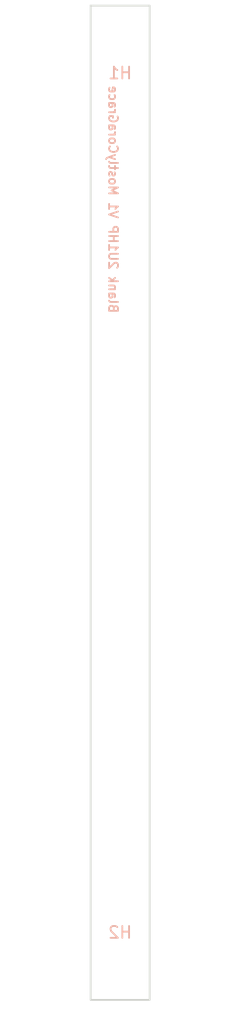
<source format=kicad_pcb>
(kicad_pcb (version 20240108) (generator "pcbnew") (generator_version "8.0")
  (layers (0 "F.Cu" signal) (31 "B.Cu" signal) (34 "B.Paste" user) (35 "F.Paste" user) (36 "B.SilkS" user "B.Silkscreen") (37 "F.SilkS" user "F.Silkscreen") (38 "B.Mask" user) (39 "F.Mask" user) (44 "Edge.Cuts" user))
  (net 0 "")
  (footprint "EXC:MountingHole_3.2mm_M3" (layer "B.Cu") (at 2.54 5.425 180)
    (property "Reference" "H1" (at 1.143 -2.703 0) (layer "B.SilkS") (effects (justify right mirror)))
    (property "Value" "Eurorack_M3_MountingHole")
    (pad "" np_thru_hole circle (at 0 0 180) (size 3.2 3.2) (drill 3.2) (layers "F&B.Cu" "*.Mask"))
  )
  (footprint "EXC:MountingHole_3.2mm_M3" (layer "B.Cu") (at 2.54 83.475 180)
    (property "Reference" "H2" (at 1.143 2.703 0) (layer "B.SilkS") (effects (justify right mirror)))
    (property "Value" "Eurorack_M3_MountingHole")
    (pad "" np_thru_hole circle (at 0 0 180) (size 3.2 3.2) (drill 3.2) (layers "F&B.Cu" "*.Mask"))
  )
  (gr_rect (start 0 2.425) (end 5 86.475) (stroke (width 0.15)) (fill none) (layer "Edge.Cuts"))
  (gr_text "Blank 2U1HP V1 MostlyCoraGrace" (at 1.905 18.796 270) (layer "B.SilkS") (effects (font (size 0.75 0.75) (thickness 0.15) (bold yes)) (justify mirror)))
)
</source>
